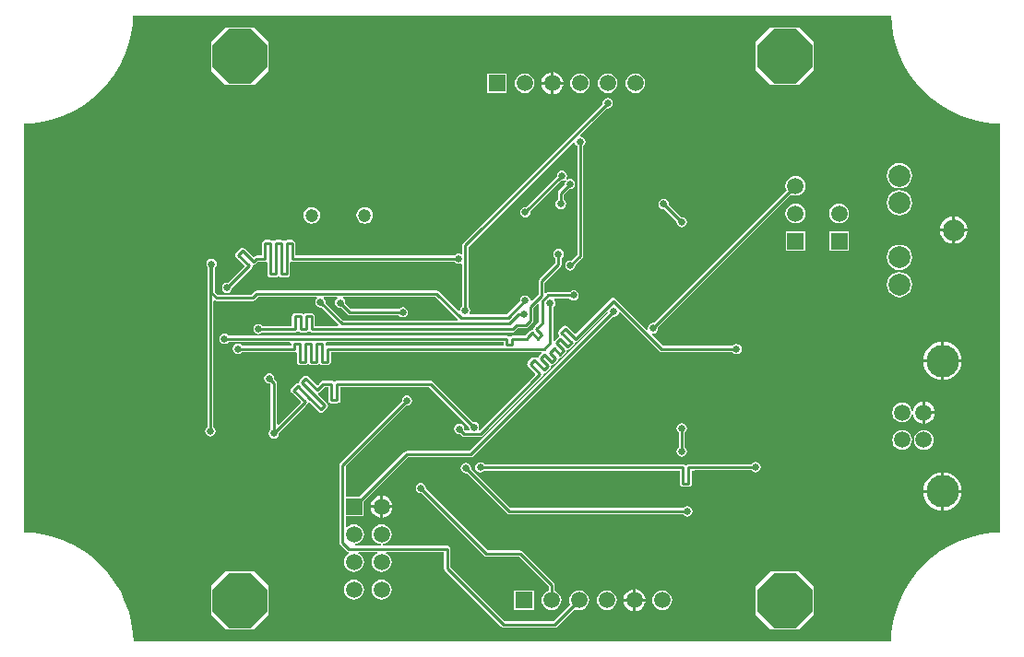
<source format=gbl>
G04 Layer_Physical_Order=2*
G04 Layer_Color=16711680*
%FSLAX23Y23*%
%MOIN*%
G70*
G01*
G75*
%ADD18C,0.010*%
%ADD23C,0.079*%
%ADD24C,0.059*%
%ADD25C,0.118*%
%ADD26P,0.213X8X202.5*%
%ADD27R,0.059X0.059*%
%ADD28R,0.059X0.059*%
%ADD29C,0.047*%
%ADD30C,0.025*%
G36*
X3143Y2244D02*
X3148Y2205D01*
X3158Y2167D01*
X3171Y2129D01*
X3188Y2094D01*
X3209Y2060D01*
X3232Y2028D01*
X3259Y1999D01*
X3288Y1972D01*
X3320Y1949D01*
X3354Y1928D01*
X3389Y1911D01*
X3426Y1898D01*
X3465Y1889D01*
X3504Y1883D01*
X3534Y1881D01*
Y403D01*
X3504Y401D01*
X3465Y395D01*
X3426Y386D01*
X3389Y372D01*
X3353Y356D01*
X3319Y335D01*
X3288Y312D01*
X3258Y285D01*
X3232Y256D01*
X3208Y224D01*
X3188Y190D01*
X3171Y154D01*
X3158Y117D01*
X3148Y79D01*
X3142Y40D01*
X3141Y9D01*
X403Y9D01*
X401Y40D01*
X395Y79D01*
X386Y117D01*
X372Y154D01*
X356Y190D01*
X335Y224D01*
X312Y256D01*
X285Y285D01*
X256Y312D01*
X224Y335D01*
X190Y356D01*
X154Y372D01*
X117Y386D01*
X79Y395D01*
X40Y401D01*
X9Y403D01*
X9Y1881D01*
X39Y1883D01*
X79Y1889D01*
X117Y1898D01*
X154Y1911D01*
X190Y1928D01*
X224Y1949D01*
X255Y1972D01*
X285Y1999D01*
X311Y2028D01*
X335Y2060D01*
X355Y2094D01*
X372Y2129D01*
X385Y2167D01*
X395Y2205D01*
X401Y2244D01*
X402Y2274D01*
X3141D01*
X3143Y2244D01*
D02*
G37*
%LPC*%
G36*
X3322Y620D02*
X3313Y619D01*
X3300Y615D01*
X3288Y609D01*
X3278Y600D01*
X3269Y590D01*
X3262Y578D01*
X3259Y565D01*
X3258Y556D01*
X3322D01*
Y620D01*
D02*
G37*
G36*
X3332D02*
Y556D01*
X3395D01*
X3395Y565D01*
X3391Y578D01*
X3384Y590D01*
X3376Y600D01*
X3365Y609D01*
X3353Y615D01*
X3340Y619D01*
X3332Y620D01*
D02*
G37*
G36*
X2652Y658D02*
X2644Y656D01*
X2638Y652D01*
X2637Y650D01*
X2431D01*
X2430Y650D01*
X2409D01*
X2405Y649D01*
X2403Y647D01*
X2399Y647D01*
X2396Y647D01*
X2394Y649D01*
X2389Y650D01*
X1671D01*
X1670Y652D01*
X1664Y656D01*
X1656Y657D01*
X1649Y656D01*
X1643Y652D01*
X1639Y646D01*
X1638Y639D01*
X1639Y631D01*
X1643Y625D01*
X1649Y621D01*
X1656Y620D01*
X1664Y621D01*
X1670Y625D01*
X1671Y627D01*
X2378D01*
Y579D01*
X2379Y575D01*
X2381Y571D01*
X2385Y569D01*
X2389Y568D01*
X2409D01*
X2414Y569D01*
X2417Y571D01*
X2420Y575D01*
X2421Y579D01*
Y627D01*
X2431D01*
X2432Y628D01*
X2637D01*
X2638Y625D01*
X2644Y621D01*
X2652Y620D01*
X2659Y621D01*
X2665Y625D01*
X2669Y632D01*
X2670Y639D01*
X2669Y646D01*
X2665Y652D01*
X2659Y656D01*
X2652Y658D01*
D02*
G37*
G36*
X1305Y535D02*
Y501D01*
X1339D01*
X1338Y506D01*
X1334Y516D01*
X1328Y524D01*
X1320Y531D01*
X1310Y535D01*
X1305Y535D01*
D02*
G37*
G36*
X3322Y546D02*
X3258D01*
X3259Y538D01*
X3262Y525D01*
X3269Y513D01*
X3278Y502D01*
X3288Y493D01*
X3300Y487D01*
X3313Y483D01*
X3322Y482D01*
Y546D01*
D02*
G37*
G36*
X3395D02*
X3332D01*
Y482D01*
X3340Y483D01*
X3353Y487D01*
X3365Y493D01*
X3376Y502D01*
X3384Y513D01*
X3391Y525D01*
X3395Y538D01*
X3395Y546D01*
D02*
G37*
G36*
X1295Y535D02*
X1289Y535D01*
X1280Y531D01*
X1272Y524D01*
X1265Y516D01*
X1261Y506D01*
X1261Y501D01*
X1295D01*
Y535D01*
D02*
G37*
G36*
X2384Y798D02*
X2377Y797D01*
X2371Y793D01*
X2366Y787D01*
X2365Y780D01*
X2366Y772D01*
X2371Y766D01*
X2373Y765D01*
Y711D01*
X2371Y709D01*
X2366Y703D01*
X2365Y696D01*
X2366Y689D01*
X2371Y683D01*
X2377Y678D01*
X2384Y677D01*
X2391Y678D01*
X2397Y683D01*
X2401Y689D01*
X2403Y696D01*
X2401Y703D01*
X2397Y709D01*
X2395Y711D01*
Y765D01*
X2397Y766D01*
X2401Y772D01*
X2403Y780D01*
X2401Y787D01*
X2397Y793D01*
X2391Y797D01*
X2384Y798D01*
D02*
G37*
G36*
X3254Y876D02*
X3249Y875D01*
X3239Y871D01*
X3231Y865D01*
X3225Y857D01*
X3221Y847D01*
X3220Y844D01*
X3215D01*
X3215Y846D01*
X3212Y855D01*
X3206Y862D01*
X3198Y868D01*
X3190Y871D01*
X3181Y872D01*
X3171Y871D01*
X3163Y868D01*
X3155Y862D01*
X3149Y855D01*
X3146Y846D01*
X3145Y837D01*
X3146Y827D01*
X3149Y819D01*
X3155Y811D01*
X3163Y806D01*
X3171Y802D01*
X3181Y801D01*
X3190Y802D01*
X3198Y806D01*
X3206Y811D01*
X3212Y819D01*
X3215Y827D01*
X3215Y829D01*
X3220D01*
X3221Y826D01*
X3225Y817D01*
X3231Y808D01*
X3239Y802D01*
X3249Y798D01*
X3254Y797D01*
Y837D01*
Y876D01*
D02*
G37*
G36*
X3322Y1019D02*
X3258D01*
X3259Y1010D01*
X3262Y997D01*
X3269Y985D01*
X3278Y975D01*
X3288Y966D01*
X3300Y960D01*
X3313Y956D01*
X3322Y955D01*
Y1019D01*
D02*
G37*
G36*
X3395D02*
X3332D01*
Y955D01*
X3340Y956D01*
X3353Y960D01*
X3365Y966D01*
X3376Y975D01*
X3384Y985D01*
X3391Y997D01*
X3395Y1010D01*
X3395Y1019D01*
D02*
G37*
G36*
X3264Y876D02*
Y842D01*
X3298D01*
X3298Y847D01*
X3294Y857D01*
X3287Y865D01*
X3279Y871D01*
X3270Y875D01*
X3264Y876D01*
D02*
G37*
G36*
X3181Y774D02*
X3171Y773D01*
X3163Y769D01*
X3155Y764D01*
X3149Y756D01*
X3146Y747D01*
X3145Y738D01*
X3146Y729D01*
X3149Y720D01*
X3155Y713D01*
X3163Y707D01*
X3171Y704D01*
X3181Y702D01*
X3190Y704D01*
X3198Y707D01*
X3206Y713D01*
X3212Y720D01*
X3215Y729D01*
X3216Y738D01*
X3215Y747D01*
X3212Y756D01*
X3206Y764D01*
X3198Y769D01*
X3190Y773D01*
X3181Y774D01*
D02*
G37*
G36*
X3259D02*
X3250Y773D01*
X3241Y769D01*
X3234Y764D01*
X3228Y756D01*
X3225Y747D01*
X3223Y738D01*
X3225Y729D01*
X3228Y720D01*
X3234Y713D01*
X3241Y707D01*
X3250Y704D01*
X3259Y702D01*
X3269Y704D01*
X3277Y707D01*
X3285Y713D01*
X3290Y720D01*
X3294Y729D01*
X3295Y738D01*
X3294Y747D01*
X3290Y756D01*
X3285Y764D01*
X3277Y769D01*
X3269Y773D01*
X3259Y774D01*
D02*
G37*
G36*
X3298Y832D02*
X3264D01*
Y797D01*
X3270Y798D01*
X3279Y802D01*
X3287Y808D01*
X3294Y817D01*
X3298Y826D01*
X3298Y832D01*
D02*
G37*
G36*
X1442Y583D02*
X1435Y581D01*
X1429Y577D01*
X1425Y571D01*
X1423Y564D01*
X1425Y557D01*
X1429Y551D01*
X1435Y547D01*
X1442Y545D01*
X1444Y546D01*
X1671Y319D01*
X1671Y319D01*
X1675Y316D01*
X1679Y316D01*
X1679Y316D01*
X1797D01*
X1903Y209D01*
Y192D01*
X1896Y189D01*
X1889Y184D01*
X1883Y176D01*
X1879Y168D01*
X1878Y158D01*
X1879Y149D01*
X1883Y141D01*
X1889Y133D01*
X1896Y127D01*
X1905Y124D01*
X1914Y123D01*
X1923Y124D01*
X1932Y127D01*
X1939Y133D01*
X1945Y141D01*
X1949Y149D01*
X1950Y158D01*
X1949Y168D01*
X1945Y176D01*
X1939Y184D01*
X1932Y189D01*
X1925Y192D01*
Y214D01*
X1925Y214D01*
X1924Y218D01*
X1922Y222D01*
X1922Y222D01*
X1809Y335D01*
X1805Y337D01*
X1801Y338D01*
X1801Y338D01*
X1684D01*
X1460Y561D01*
X1461Y564D01*
X1459Y571D01*
X1455Y577D01*
X1449Y581D01*
X1442Y583D01*
D02*
G37*
G36*
X2114Y194D02*
X2105Y193D01*
X2096Y189D01*
X2089Y184D01*
X2083Y176D01*
X2079Y168D01*
X2078Y158D01*
X2079Y149D01*
X2083Y141D01*
X2089Y133D01*
X2096Y127D01*
X2105Y124D01*
X2114Y123D01*
X2123Y124D01*
X2132Y127D01*
X2139Y133D01*
X2145Y141D01*
X2149Y149D01*
X2150Y158D01*
X2149Y168D01*
X2145Y176D01*
X2139Y184D01*
X2132Y189D01*
X2123Y193D01*
X2114Y194D01*
D02*
G37*
G36*
X2314D02*
X2305Y193D01*
X2296Y189D01*
X2289Y184D01*
X2283Y176D01*
X2279Y168D01*
X2278Y158D01*
X2279Y149D01*
X2283Y141D01*
X2289Y133D01*
X2296Y127D01*
X2305Y124D01*
X2314Y123D01*
X2323Y124D01*
X2332Y127D01*
X2339Y133D01*
X2345Y141D01*
X2349Y149D01*
X2350Y158D01*
X2349Y168D01*
X2345Y176D01*
X2339Y184D01*
X2332Y189D01*
X2323Y193D01*
X2314Y194D01*
D02*
G37*
G36*
X2253Y153D02*
X2219D01*
Y119D01*
X2224Y120D01*
X2234Y124D01*
X2242Y130D01*
X2249Y139D01*
X2252Y148D01*
X2253Y153D01*
D02*
G37*
G36*
X840Y262D02*
X735D01*
X683Y210D01*
Y105D01*
X735Y53D01*
X840D01*
X892Y105D01*
Y210D01*
X840Y262D01*
D02*
G37*
G36*
X2808D02*
X2704D01*
X2651Y210D01*
Y105D01*
X2704Y53D01*
X2808D01*
X2860Y105D01*
Y210D01*
X2808Y262D01*
D02*
G37*
G36*
X2209Y153D02*
X2175D01*
X2175Y148D01*
X2179Y139D01*
X2186Y130D01*
X2194Y124D01*
X2204Y120D01*
X2209Y119D01*
Y153D01*
D02*
G37*
G36*
X1850Y194D02*
X1778D01*
Y123D01*
X1850D01*
Y194D01*
D02*
G37*
G36*
X1295Y491D02*
X1261D01*
X1261Y486D01*
X1265Y476D01*
X1272Y468D01*
X1280Y462D01*
X1289Y458D01*
X1295Y457D01*
Y491D01*
D02*
G37*
G36*
X1339D02*
X1305D01*
Y457D01*
X1310Y458D01*
X1320Y462D01*
X1328Y468D01*
X1334Y476D01*
X1338Y486D01*
X1339Y491D01*
D02*
G37*
G36*
X1604Y655D02*
X1597Y653D01*
X1591Y649D01*
X1587Y643D01*
X1585Y636D01*
X1587Y629D01*
X1591Y622D01*
X1597Y618D01*
X1604Y617D01*
X1607Y617D01*
X1753Y471D01*
X1757Y469D01*
X1761Y468D01*
X1761Y468D01*
X2390D01*
X2391Y466D01*
X2397Y462D01*
X2405Y460D01*
X2412Y462D01*
X2418Y466D01*
X2422Y472D01*
X2423Y479D01*
X2422Y487D01*
X2418Y493D01*
X2412Y497D01*
X2405Y498D01*
X2397Y497D01*
X2391Y493D01*
X2390Y491D01*
X1765D01*
X1623Y633D01*
X1623Y636D01*
X1622Y643D01*
X1618Y649D01*
X1612Y653D01*
X1604Y655D01*
D02*
G37*
G36*
X2219Y198D02*
Y163D01*
X2253D01*
X2252Y169D01*
X2249Y178D01*
X2242Y187D01*
X2234Y193D01*
X2224Y197D01*
X2219Y198D01*
D02*
G37*
G36*
X1200Y232D02*
X1191Y231D01*
X1182Y227D01*
X1174Y221D01*
X1169Y214D01*
X1165Y205D01*
X1164Y196D01*
X1165Y187D01*
X1169Y178D01*
X1174Y171D01*
X1182Y165D01*
X1191Y161D01*
X1200Y160D01*
X1209Y161D01*
X1218Y165D01*
X1225Y171D01*
X1231Y178D01*
X1234Y187D01*
X1236Y196D01*
X1234Y205D01*
X1231Y214D01*
X1225Y221D01*
X1218Y227D01*
X1209Y231D01*
X1200Y232D01*
D02*
G37*
G36*
X1300D02*
X1291Y231D01*
X1282Y227D01*
X1274Y221D01*
X1269Y214D01*
X1265Y205D01*
X1264Y196D01*
X1265Y187D01*
X1269Y178D01*
X1274Y171D01*
X1282Y165D01*
X1291Y161D01*
X1300Y160D01*
X1309Y161D01*
X1318Y165D01*
X1325Y171D01*
X1331Y178D01*
X1334Y187D01*
X1336Y196D01*
X1334Y205D01*
X1331Y214D01*
X1325Y221D01*
X1318Y227D01*
X1309Y231D01*
X1300Y232D01*
D02*
G37*
G36*
X2209Y198D02*
X2204Y197D01*
X2194Y193D01*
X2186Y187D01*
X2179Y178D01*
X2175Y169D01*
X2175Y163D01*
X2209D01*
Y198D01*
D02*
G37*
G36*
X3322Y1093D02*
X3313Y1092D01*
X3300Y1088D01*
X3288Y1081D01*
X3278Y1073D01*
X3269Y1062D01*
X3262Y1050D01*
X3259Y1037D01*
X3258Y1029D01*
X3322D01*
Y1093D01*
D02*
G37*
G36*
X1912Y2024D02*
X1877D01*
X1878Y2018D01*
X1882Y2009D01*
X1888Y2000D01*
X1897Y1994D01*
X1906Y1990D01*
X1912Y1989D01*
Y2024D01*
D02*
G37*
G36*
X1956D02*
X1922D01*
Y1989D01*
X1927Y1990D01*
X1936Y1994D01*
X1945Y2000D01*
X1951Y2009D01*
X1955Y2018D01*
X1956Y2024D01*
D02*
G37*
G36*
X1817Y2064D02*
X1807Y2063D01*
X1799Y2060D01*
X1791Y2054D01*
X1786Y2046D01*
X1782Y2038D01*
X1781Y2029D01*
X1782Y2019D01*
X1786Y2011D01*
X1791Y2003D01*
X1799Y1998D01*
X1807Y1994D01*
X1817Y1993D01*
X1826Y1994D01*
X1834Y1998D01*
X1842Y2003D01*
X1848Y2011D01*
X1851Y2019D01*
X1852Y2029D01*
X1851Y2038D01*
X1848Y2046D01*
X1842Y2054D01*
X1834Y2060D01*
X1826Y2063D01*
X1817Y2064D01*
D02*
G37*
G36*
X2117Y1975D02*
X2109Y1974D01*
X2103Y1969D01*
X2099Y1963D01*
X2098Y1956D01*
X2098Y1954D01*
X1593Y1449D01*
X1591Y1445D01*
X1590Y1441D01*
X1590Y1441D01*
Y1413D01*
X1586Y1410D01*
X1585Y1411D01*
X1577Y1412D01*
X1570Y1411D01*
X1564Y1407D01*
X1563Y1405D01*
X989D01*
Y1449D01*
X988Y1454D01*
X985Y1457D01*
X982Y1460D01*
X977Y1461D01*
X957D01*
X953Y1460D01*
X951Y1458D01*
X947Y1458D01*
X944Y1458D01*
X942Y1460D01*
X937Y1461D01*
X917D01*
X913Y1460D01*
X911Y1458D01*
X907Y1458D01*
X904Y1458D01*
X902Y1460D01*
X897Y1461D01*
X877D01*
X873Y1460D01*
X870Y1457D01*
X867Y1454D01*
X866Y1449D01*
Y1405D01*
X847D01*
X847Y1405D01*
X843Y1404D01*
X840Y1401D01*
X840Y1401D01*
X836Y1398D01*
X804Y1429D01*
X801Y1432D01*
X796Y1433D01*
X792Y1432D01*
X788Y1429D01*
X788Y1429D01*
X774Y1415D01*
X772Y1411D01*
X771Y1407D01*
X772Y1403D01*
X774Y1399D01*
X803Y1370D01*
Y1365D01*
X744Y1306D01*
X742Y1307D01*
X735Y1305D01*
X728Y1301D01*
X724Y1295D01*
X723Y1288D01*
X724Y1281D01*
X728Y1274D01*
X735Y1270D01*
X742Y1269D01*
X749Y1270D01*
X755Y1274D01*
X759Y1281D01*
X761Y1288D01*
X760Y1290D01*
X823Y1353D01*
X823Y1353D01*
X830Y1360D01*
X832Y1363D01*
X833Y1366D01*
X836Y1371D01*
X840Y1371D01*
X844Y1374D01*
X852Y1382D01*
X877D01*
X881Y1383D01*
X882Y1383D01*
X886Y1380D01*
Y1338D01*
X887Y1333D01*
X890Y1330D01*
X893Y1327D01*
X897Y1326D01*
X917D01*
X922Y1327D01*
X924Y1329D01*
X927Y1329D01*
X931Y1329D01*
X933Y1327D01*
X937Y1326D01*
X957D01*
X962Y1327D01*
X965Y1330D01*
X968Y1333D01*
X969Y1338D01*
Y1380D01*
X973Y1383D01*
X974Y1383D01*
X977Y1382D01*
X1563D01*
X1564Y1380D01*
X1570Y1376D01*
X1577Y1375D01*
X1585Y1376D01*
X1586Y1377D01*
X1590Y1374D01*
Y1222D01*
X1588Y1220D01*
X1584Y1214D01*
X1583Y1207D01*
X1583Y1206D01*
X1578Y1204D01*
X1507Y1275D01*
X1504Y1277D01*
X1499Y1278D01*
X1499Y1278D01*
X849D01*
X849Y1278D01*
X844Y1277D01*
X841Y1275D01*
X841Y1275D01*
X829Y1263D01*
X708D01*
X697Y1274D01*
Y1360D01*
X699Y1361D01*
X703Y1367D01*
X704Y1374D01*
X703Y1382D01*
X699Y1388D01*
X693Y1392D01*
X685Y1393D01*
X678Y1392D01*
X672Y1388D01*
X668Y1382D01*
X667Y1374D01*
X668Y1367D01*
X670Y1365D01*
Y783D01*
X668Y782D01*
X664Y776D01*
X662Y768D01*
X664Y761D01*
X668Y755D01*
X674Y751D01*
X681Y750D01*
X688Y751D01*
X694Y755D01*
X699Y761D01*
X700Y768D01*
X699Y776D01*
X694Y782D01*
X692Y783D01*
Y1239D01*
X697Y1242D01*
X699Y1241D01*
X703Y1240D01*
X833D01*
X833Y1240D01*
X838Y1241D01*
X841Y1244D01*
X853Y1256D01*
X1065D01*
X1067Y1251D01*
X1065Y1250D01*
X1061Y1243D01*
X1060Y1236D01*
X1061Y1229D01*
X1065Y1223D01*
X1072Y1219D01*
X1079Y1217D01*
X1081Y1218D01*
X1144Y1155D01*
X1142Y1150D01*
X1058D01*
Y1186D01*
X1057Y1190D01*
X1054Y1194D01*
X1051Y1196D01*
X1046Y1197D01*
X1026D01*
X1022Y1196D01*
X1020Y1195D01*
X1016Y1194D01*
X1013Y1195D01*
X1011Y1196D01*
X1006Y1197D01*
X986D01*
X982Y1196D01*
X978Y1194D01*
X976Y1190D01*
X975Y1186D01*
Y1150D01*
X869D01*
X868Y1152D01*
X862Y1156D01*
X854Y1157D01*
X847Y1156D01*
X841Y1152D01*
X837Y1146D01*
X836Y1138D01*
X837Y1131D01*
X841Y1125D01*
X847Y1121D01*
X854Y1120D01*
X862Y1121D01*
X868Y1125D01*
X869Y1127D01*
X986D01*
X991Y1128D01*
X993Y1130D01*
X996Y1130D01*
X1000Y1130D01*
X1002Y1128D01*
X1006Y1127D01*
X1026D01*
X1031Y1128D01*
X1033Y1130D01*
X1036Y1130D01*
X1040Y1130D01*
X1042Y1128D01*
X1046Y1127D01*
X1773D01*
X1773Y1127D01*
X1778Y1128D01*
X1781Y1131D01*
X1794Y1143D01*
X1821D01*
X1821Y1143D01*
X1825Y1144D01*
X1829Y1146D01*
X1845Y1163D01*
X1847Y1166D01*
X1848Y1170D01*
X1848Y1170D01*
Y1215D01*
X1864Y1230D01*
X1869Y1229D01*
Y1165D01*
X1853Y1149D01*
X1853Y1149D01*
X1850Y1147D01*
X1848Y1143D01*
X1847Y1139D01*
X1844Y1136D01*
X1840Y1135D01*
X1836Y1133D01*
X1836Y1133D01*
X1822Y1118D01*
X1822Y1118D01*
X1818Y1115D01*
X1771D01*
X1767Y1114D01*
X1765Y1112D01*
X1761Y1112D01*
X1758Y1112D01*
X1756Y1114D01*
X1751Y1115D01*
X747D01*
X746Y1117D01*
X740Y1121D01*
X732Y1122D01*
X725Y1121D01*
X719Y1117D01*
X715Y1111D01*
X714Y1103D01*
X715Y1096D01*
X719Y1090D01*
X725Y1086D01*
X732Y1085D01*
X740Y1086D01*
X746Y1090D01*
X747Y1092D01*
X969D01*
X973Y1087D01*
Y1079D01*
X795D01*
X794Y1081D01*
X788Y1085D01*
X781Y1086D01*
X773Y1085D01*
X767Y1081D01*
X763Y1075D01*
X762Y1067D01*
X763Y1060D01*
X767Y1054D01*
X773Y1050D01*
X781Y1049D01*
X788Y1050D01*
X794Y1054D01*
X795Y1056D01*
X984D01*
X988Y1057D01*
X989Y1057D01*
X993Y1054D01*
Y1019D01*
X994Y1015D01*
X996Y1011D01*
X1000Y1009D01*
X1004Y1008D01*
X1024D01*
X1029Y1009D01*
X1031Y1011D01*
X1034Y1011D01*
X1038Y1011D01*
X1040Y1009D01*
X1044Y1008D01*
X1064D01*
X1069Y1009D01*
X1071Y1011D01*
X1074Y1011D01*
X1078Y1011D01*
X1080Y1009D01*
X1084Y1008D01*
X1104D01*
X1109Y1009D01*
X1112Y1011D01*
X1115Y1015D01*
X1116Y1019D01*
Y1056D01*
X1877D01*
X1879Y1051D01*
X1867Y1039D01*
X1864Y1036D01*
X1864Y1035D01*
X1859Y1034D01*
X1858Y1035D01*
X1854Y1037D01*
X1850Y1038D01*
X1846Y1037D01*
X1842Y1035D01*
X1842Y1035D01*
X1828Y1021D01*
X1826Y1017D01*
X1825Y1013D01*
X1826Y1008D01*
X1828Y1005D01*
X1854Y979D01*
Y974D01*
X1654Y774D01*
X1650Y777D01*
X1652Y784D01*
X1650Y792D01*
X1646Y798D01*
X1640Y802D01*
X1633Y803D01*
X1630Y803D01*
X1485Y948D01*
X1481Y951D01*
X1477Y952D01*
X1477Y952D01*
X1139D01*
X1135Y951D01*
X1133Y949D01*
X1129Y949D01*
X1126Y949D01*
X1124Y951D01*
X1119Y952D01*
X1089D01*
X1089Y952D01*
X1085Y951D01*
X1082Y948D01*
X1082Y948D01*
X1073Y940D01*
X1073Y940D01*
X1067Y934D01*
X1033Y968D01*
X1029Y970D01*
X1025Y971D01*
X1021Y970D01*
X1017Y968D01*
X1017Y968D01*
X1003Y954D01*
X1000Y950D01*
X1000Y946D01*
X997Y943D01*
X992Y942D01*
X989Y940D01*
X989Y940D01*
X975Y925D01*
X972Y922D01*
X971Y917D01*
X972Y913D01*
X975Y910D01*
X1006Y878D01*
Y873D01*
X926Y793D01*
X922Y795D01*
Y943D01*
X921Y948D01*
X918Y951D01*
X918Y951D01*
X912Y958D01*
X912Y960D01*
X911Y968D01*
X907Y974D01*
X901Y978D01*
X893Y979D01*
X886Y978D01*
X880Y974D01*
X876Y968D01*
X875Y960D01*
X876Y953D01*
X880Y947D01*
X886Y943D01*
X893Y942D01*
X896Y942D01*
X899Y939D01*
Y776D01*
X897Y775D01*
X893Y769D01*
X892Y761D01*
X893Y754D01*
X897Y748D01*
X903Y744D01*
X910Y743D01*
X918Y744D01*
X924Y748D01*
X928Y754D01*
X929Y761D01*
X929Y764D01*
X1025Y860D01*
X1025Y860D01*
X1032Y868D01*
X1032Y868D01*
X1035Y871D01*
X1035Y871D01*
X1040Y872D01*
X1073Y840D01*
X1076Y837D01*
X1081Y836D01*
X1085Y837D01*
X1089Y840D01*
X1089Y840D01*
X1103Y854D01*
X1105Y857D01*
X1106Y862D01*
X1105Y866D01*
X1103Y870D01*
X1070Y902D01*
X1071Y907D01*
X1072Y908D01*
X1075Y910D01*
X1089Y924D01*
X1089Y924D01*
X1094Y929D01*
X1108D01*
Y881D01*
X1109Y877D01*
X1112Y873D01*
X1115Y871D01*
X1119Y870D01*
X1139D01*
X1144Y871D01*
X1147Y873D01*
X1150Y877D01*
X1151Y881D01*
Y929D01*
X1472D01*
X1615Y787D01*
X1614Y784D01*
X1616Y777D01*
X1616Y776D01*
X1614Y772D01*
X1602D01*
X1599Y775D01*
X1599Y777D01*
X1598Y785D01*
X1594Y791D01*
X1588Y795D01*
X1580Y796D01*
X1573Y795D01*
X1567Y791D01*
X1563Y785D01*
X1562Y777D01*
X1563Y770D01*
X1567Y764D01*
X1573Y760D01*
X1580Y759D01*
X1583Y759D01*
X1590Y753D01*
X1590Y753D01*
X1593Y750D01*
X1597Y749D01*
X1656D01*
X1656Y749D01*
X1661Y750D01*
X1664Y753D01*
X1873Y961D01*
X1873Y961D01*
X1880Y968D01*
X1883Y972D01*
X1883Y975D01*
X1887Y979D01*
X1891Y980D01*
X1894Y983D01*
X1909Y997D01*
X1911Y1000D01*
X1912Y1005D01*
X1915Y1008D01*
X1919Y1008D01*
X1923Y1011D01*
X1937Y1025D01*
X1937Y1025D01*
X1939Y1029D01*
X1940Y1033D01*
X1943Y1036D01*
X1947Y1037D01*
X1951Y1039D01*
X1965Y1053D01*
X1965Y1053D01*
X1968Y1057D01*
X1968Y1061D01*
X1971Y1064D01*
X1976Y1065D01*
X1979Y1067D01*
X1993Y1082D01*
X1996Y1085D01*
X1997Y1090D01*
X2000Y1092D01*
X2004Y1093D01*
X2008Y1096D01*
X2111Y1200D01*
X2117Y1198D01*
X2117Y1197D01*
X1618Y698D01*
X1390D01*
X1386Y697D01*
X1382Y694D01*
X1382Y694D01*
X1219Y532D01*
X1170D01*
Y643D01*
X1389Y862D01*
X1391Y862D01*
X1399Y863D01*
X1405Y867D01*
X1409Y873D01*
X1410Y880D01*
X1409Y888D01*
X1405Y894D01*
X1399Y898D01*
X1391Y899D01*
X1384Y898D01*
X1378Y894D01*
X1374Y888D01*
X1373Y880D01*
X1373Y878D01*
X1151Y655D01*
X1148Y652D01*
X1147Y647D01*
X1147Y647D01*
Y367D01*
X1147Y367D01*
X1148Y363D01*
X1151Y360D01*
X1174Y337D01*
X1174Y337D01*
X1177Y334D01*
X1181Y333D01*
X1182Y333D01*
X1182Y330D01*
X1181Y326D01*
X1174Y321D01*
X1169Y314D01*
X1165Y305D01*
X1164Y296D01*
X1165Y287D01*
X1169Y278D01*
X1174Y271D01*
X1182Y265D01*
X1191Y261D01*
X1200Y260D01*
X1209Y261D01*
X1218Y265D01*
X1225Y271D01*
X1231Y278D01*
X1234Y287D01*
X1236Y296D01*
X1234Y305D01*
X1231Y314D01*
X1225Y321D01*
X1218Y327D01*
X1215Y328D01*
X1216Y333D01*
X1284D01*
X1285Y328D01*
X1282Y327D01*
X1274Y321D01*
X1269Y314D01*
X1265Y305D01*
X1264Y296D01*
X1265Y287D01*
X1269Y278D01*
X1274Y271D01*
X1282Y265D01*
X1291Y261D01*
X1300Y260D01*
X1309Y261D01*
X1318Y265D01*
X1325Y271D01*
X1331Y278D01*
X1334Y287D01*
X1336Y296D01*
X1334Y305D01*
X1331Y314D01*
X1325Y321D01*
X1318Y327D01*
X1315Y328D01*
X1316Y333D01*
X1525D01*
Y274D01*
X1525Y274D01*
X1526Y269D01*
X1529Y266D01*
X1732Y62D01*
X1732Y62D01*
X1736Y60D01*
X1740Y59D01*
X1740Y59D01*
X1925D01*
X1925Y59D01*
X1930Y60D01*
X1933Y62D01*
X1998Y127D01*
X2005Y124D01*
X2014Y123D01*
X2023Y124D01*
X2032Y127D01*
X2039Y133D01*
X2045Y141D01*
X2049Y149D01*
X2050Y158D01*
X2049Y168D01*
X2045Y176D01*
X2039Y184D01*
X2032Y189D01*
X2023Y193D01*
X2014Y194D01*
X2005Y193D01*
X1996Y189D01*
X1989Y184D01*
X1983Y176D01*
X1979Y168D01*
X1978Y158D01*
X1979Y149D01*
X1982Y142D01*
X1921Y81D01*
X1745D01*
X1548Y278D01*
Y344D01*
X1547Y349D01*
X1544Y352D01*
X1541Y355D01*
X1536Y356D01*
X1304D01*
X1303Y361D01*
X1309Y361D01*
X1318Y365D01*
X1325Y371D01*
X1331Y378D01*
X1334Y387D01*
X1336Y396D01*
X1334Y405D01*
X1331Y414D01*
X1325Y421D01*
X1318Y427D01*
X1309Y431D01*
X1300Y432D01*
X1291Y431D01*
X1282Y427D01*
X1274Y421D01*
X1269Y414D01*
X1265Y405D01*
X1264Y396D01*
X1265Y387D01*
X1269Y378D01*
X1274Y371D01*
X1282Y365D01*
X1291Y361D01*
X1296Y361D01*
X1296Y356D01*
X1204D01*
X1203Y361D01*
X1209Y361D01*
X1218Y365D01*
X1225Y371D01*
X1231Y378D01*
X1234Y387D01*
X1236Y396D01*
X1234Y405D01*
X1231Y414D01*
X1225Y421D01*
X1218Y427D01*
X1209Y431D01*
X1200Y432D01*
X1191Y431D01*
X1182Y427D01*
X1175Y422D01*
X1173Y422D01*
X1170Y423D01*
Y461D01*
X1235D01*
Y516D01*
X1395Y675D01*
X1622D01*
X1622Y675D01*
X1627Y676D01*
X1630Y679D01*
X2136Y1184D01*
X2138Y1184D01*
X2146Y1185D01*
X2152Y1189D01*
X2156Y1195D01*
X2156Y1198D01*
X2162Y1200D01*
X2305Y1059D01*
X2306Y1057D01*
X2308Y1056D01*
X2308Y1056D01*
X2308Y1056D01*
X2310Y1056D01*
X2312Y1055D01*
X2568D01*
X2569Y1053D01*
X2575Y1049D01*
X2582Y1048D01*
X2590Y1049D01*
X2596Y1053D01*
X2600Y1059D01*
X2601Y1066D01*
X2600Y1074D01*
X2596Y1080D01*
X2590Y1084D01*
X2582Y1085D01*
X2575Y1084D01*
X2569Y1080D01*
X2568Y1078D01*
X2317D01*
X2276Y1119D01*
X2278Y1123D01*
X2280Y1123D01*
X2288Y1124D01*
X2294Y1128D01*
X2298Y1135D01*
X2299Y1142D01*
X2299Y1144D01*
X2779Y1625D01*
X2786Y1622D01*
X2795Y1621D01*
X2805Y1622D01*
X2813Y1626D01*
X2821Y1631D01*
X2826Y1639D01*
X2830Y1647D01*
X2831Y1657D01*
X2830Y1666D01*
X2826Y1675D01*
X2821Y1682D01*
X2813Y1688D01*
X2805Y1691D01*
X2795Y1693D01*
X2786Y1691D01*
X2777Y1688D01*
X2770Y1682D01*
X2764Y1675D01*
X2761Y1666D01*
X2759Y1657D01*
X2761Y1647D01*
X2763Y1641D01*
X2283Y1160D01*
X2280Y1161D01*
X2273Y1159D01*
X2267Y1155D01*
X2263Y1149D01*
X2261Y1142D01*
X2262Y1139D01*
X2257Y1137D01*
X2144Y1248D01*
X2143Y1250D01*
X2141Y1251D01*
X2141Y1251D01*
X2141Y1251D01*
X2139Y1251D01*
X2136Y1252D01*
X2136Y1252D01*
X2136Y1252D01*
X2134Y1251D01*
X2132Y1251D01*
X2132Y1251D01*
X2132Y1251D01*
X2130Y1250D01*
X2129Y1248D01*
X2002Y1122D01*
X1997D01*
X1971Y1148D01*
X1968Y1150D01*
X1963Y1151D01*
X1959Y1150D01*
X1955Y1148D01*
X1955Y1148D01*
X1941Y1134D01*
X1939Y1130D01*
X1938Y1126D01*
X1939Y1122D01*
X1941Y1118D01*
X1942Y1117D01*
X1941Y1113D01*
X1940Y1112D01*
X1937Y1110D01*
X1937Y1110D01*
X1925Y1097D01*
X1920Y1099D01*
Y1218D01*
X1922Y1219D01*
X1926Y1225D01*
X1927Y1232D01*
X1926Y1240D01*
X1923Y1244D01*
X1925Y1249D01*
X1978D01*
X1980Y1247D01*
X1986Y1243D01*
X1993Y1242D01*
X2000Y1243D01*
X2006Y1247D01*
X2010Y1253D01*
X2012Y1261D01*
X2010Y1268D01*
X2006Y1274D01*
X2000Y1278D01*
X1993Y1279D01*
X1986Y1278D01*
X1980Y1274D01*
X1978Y1272D01*
X1902D01*
X1898Y1271D01*
X1894Y1269D01*
X1894Y1269D01*
X1893Y1268D01*
X1889Y1269D01*
Y1307D01*
X1947Y1365D01*
X1947Y1365D01*
X1949Y1369D01*
X1950Y1373D01*
Y1396D01*
X1952Y1397D01*
X1956Y1403D01*
X1958Y1410D01*
X1956Y1418D01*
X1952Y1424D01*
X1946Y1428D01*
X1939Y1429D01*
X1932Y1428D01*
X1926Y1424D01*
X1922Y1418D01*
X1920Y1410D01*
X1922Y1403D01*
X1926Y1397D01*
X1928Y1396D01*
Y1378D01*
X1870Y1319D01*
X1867Y1316D01*
X1866Y1311D01*
X1866Y1311D01*
Y1265D01*
X1842Y1240D01*
X1840Y1241D01*
X1837Y1242D01*
X1836Y1249D01*
X1832Y1255D01*
X1826Y1259D01*
X1818Y1260D01*
X1811Y1259D01*
X1805Y1255D01*
X1801Y1249D01*
X1800Y1242D01*
X1800Y1239D01*
X1752Y1191D01*
X1619D01*
X1616Y1196D01*
X1619Y1200D01*
X1620Y1207D01*
X1619Y1214D01*
X1615Y1220D01*
X1613Y1222D01*
Y1436D01*
X1993Y1817D01*
X1998Y1815D01*
X1999Y1810D01*
X2003Y1804D01*
X2006Y1802D01*
Y1408D01*
X1984Y1386D01*
X1981Y1387D01*
X1974Y1385D01*
X1968Y1381D01*
X1964Y1375D01*
X1963Y1368D01*
X1964Y1361D01*
X1968Y1355D01*
X1974Y1351D01*
X1981Y1349D01*
X1989Y1351D01*
X1995Y1355D01*
X1999Y1361D01*
X2000Y1368D01*
X2000Y1371D01*
X2025Y1395D01*
X2025Y1395D01*
X2027Y1399D01*
X2028Y1403D01*
Y1802D01*
X2030Y1804D01*
X2034Y1810D01*
X2036Y1817D01*
X2034Y1824D01*
X2030Y1830D01*
X2024Y1834D01*
X2019Y1835D01*
X2017Y1841D01*
X2114Y1938D01*
X2117Y1937D01*
X2124Y1939D01*
X2130Y1943D01*
X2134Y1949D01*
X2135Y1956D01*
X2134Y1963D01*
X2130Y1969D01*
X2124Y1974D01*
X2117Y1975D01*
D02*
G37*
G36*
X3170Y1641D02*
X3158Y1640D01*
X3147Y1635D01*
X3138Y1628D01*
X3131Y1618D01*
X3126Y1607D01*
X3125Y1595D01*
X3126Y1584D01*
X3131Y1573D01*
X3138Y1563D01*
X3147Y1556D01*
X3158Y1551D01*
X3170Y1550D01*
X3182Y1551D01*
X3193Y1556D01*
X3203Y1563D01*
X3210Y1573D01*
X3214Y1584D01*
X3216Y1595D01*
X3214Y1607D01*
X3210Y1618D01*
X3203Y1628D01*
X3193Y1635D01*
X3182Y1640D01*
X3170Y1641D01*
D02*
G37*
G36*
X1952Y1713D02*
X1945Y1711D01*
X1938Y1707D01*
X1934Y1701D01*
X1933Y1694D01*
X1933Y1691D01*
X1821Y1579D01*
X1819Y1580D01*
X1812Y1578D01*
X1806Y1574D01*
X1801Y1568D01*
X1800Y1561D01*
X1801Y1554D01*
X1806Y1548D01*
X1812Y1544D01*
X1819Y1542D01*
X1826Y1544D01*
X1832Y1548D01*
X1836Y1554D01*
X1838Y1561D01*
X1837Y1564D01*
X1949Y1676D01*
X1952Y1675D01*
X1959Y1676D01*
X1962Y1679D01*
X1966Y1675D01*
X1963Y1671D01*
X1961Y1663D01*
X1962Y1661D01*
X1939Y1638D01*
X1936Y1634D01*
X1936Y1630D01*
X1936Y1630D01*
Y1606D01*
X1934Y1605D01*
X1929Y1599D01*
X1928Y1592D01*
X1929Y1584D01*
X1934Y1578D01*
X1940Y1574D01*
X1947Y1573D01*
X1954Y1574D01*
X1960Y1578D01*
X1964Y1584D01*
X1966Y1592D01*
X1964Y1599D01*
X1960Y1605D01*
X1958Y1606D01*
Y1625D01*
X1978Y1645D01*
X1980Y1645D01*
X1988Y1646D01*
X1994Y1650D01*
X1998Y1656D01*
X1999Y1663D01*
X1998Y1671D01*
X1994Y1677D01*
X1988Y1681D01*
X1980Y1682D01*
X1973Y1681D01*
X1970Y1679D01*
X1966Y1682D01*
X1969Y1687D01*
X1971Y1694D01*
X1969Y1701D01*
X1965Y1707D01*
X1959Y1711D01*
X1952Y1713D01*
D02*
G37*
G36*
X3170Y1740D02*
X3158Y1738D01*
X3147Y1734D01*
X3138Y1726D01*
X3131Y1717D01*
X3126Y1706D01*
X3125Y1694D01*
X3126Y1682D01*
X3131Y1671D01*
X3138Y1662D01*
X3147Y1654D01*
X3158Y1650D01*
X3170Y1648D01*
X3182Y1650D01*
X3193Y1654D01*
X3203Y1662D01*
X3210Y1671D01*
X3214Y1682D01*
X3216Y1694D01*
X3214Y1706D01*
X3210Y1717D01*
X3203Y1726D01*
X3193Y1734D01*
X3182Y1738D01*
X3170Y1740D01*
D02*
G37*
G36*
X2017Y2064D02*
X2007Y2063D01*
X1999Y2060D01*
X1991Y2054D01*
X1986Y2046D01*
X1982Y2038D01*
X1981Y2029D01*
X1982Y2019D01*
X1986Y2011D01*
X1991Y2003D01*
X1999Y1998D01*
X2007Y1994D01*
X2017Y1993D01*
X2026Y1994D01*
X2034Y1998D01*
X2042Y2003D01*
X2048Y2011D01*
X2051Y2019D01*
X2052Y2029D01*
X2051Y2038D01*
X2048Y2046D01*
X2042Y2054D01*
X2034Y2060D01*
X2026Y2063D01*
X2017Y2064D01*
D02*
G37*
G36*
X2808Y2230D02*
X2704D01*
X2651Y2178D01*
Y2074D01*
X2704Y2022D01*
X2808D01*
X2860Y2074D01*
Y2178D01*
X2808Y2230D01*
D02*
G37*
G36*
X1912Y2068D02*
X1906Y2067D01*
X1897Y2063D01*
X1888Y2057D01*
X1882Y2048D01*
X1878Y2039D01*
X1877Y2034D01*
X1912D01*
Y2068D01*
D02*
G37*
G36*
X1922D02*
Y2034D01*
X1956D01*
X1955Y2039D01*
X1951Y2048D01*
X1945Y2057D01*
X1936Y2063D01*
X1927Y2067D01*
X1922Y2068D01*
D02*
G37*
G36*
X840Y2230D02*
X735D01*
X683Y2178D01*
Y2074D01*
X735Y2022D01*
X840D01*
X892Y2074D01*
Y2178D01*
X840Y2230D01*
D02*
G37*
G36*
X2117Y2064D02*
X2107Y2063D01*
X2099Y2060D01*
X2091Y2054D01*
X2086Y2046D01*
X2082Y2038D01*
X2081Y2029D01*
X2082Y2019D01*
X2086Y2011D01*
X2091Y2003D01*
X2099Y1998D01*
X2107Y1994D01*
X2117Y1993D01*
X2126Y1994D01*
X2134Y1998D01*
X2142Y2003D01*
X2148Y2011D01*
X2151Y2019D01*
X2152Y2029D01*
X2151Y2038D01*
X2148Y2046D01*
X2142Y2054D01*
X2134Y2060D01*
X2126Y2063D01*
X2117Y2064D01*
D02*
G37*
G36*
X2217D02*
X2207Y2063D01*
X2199Y2060D01*
X2191Y2054D01*
X2186Y2046D01*
X2182Y2038D01*
X2181Y2029D01*
X2182Y2019D01*
X2186Y2011D01*
X2191Y2003D01*
X2199Y1998D01*
X2207Y1994D01*
X2217Y1993D01*
X2226Y1994D01*
X2234Y1998D01*
X2242Y2003D01*
X2248Y2011D01*
X2251Y2019D01*
X2252Y2029D01*
X2251Y2038D01*
X2248Y2046D01*
X2242Y2054D01*
X2234Y2060D01*
X2226Y2063D01*
X2217Y2064D01*
D02*
G37*
G36*
X1752Y2064D02*
X1681D01*
Y1993D01*
X1752D01*
Y2064D01*
D02*
G37*
G36*
X2953Y1593D02*
X2943Y1591D01*
X2935Y1588D01*
X2927Y1582D01*
X2922Y1575D01*
X2918Y1566D01*
X2917Y1557D01*
X2918Y1547D01*
X2922Y1539D01*
X2927Y1531D01*
X2935Y1526D01*
X2943Y1522D01*
X2953Y1521D01*
X2962Y1522D01*
X2971Y1526D01*
X2978Y1531D01*
X2984Y1539D01*
X2987Y1547D01*
X2989Y1557D01*
X2987Y1566D01*
X2984Y1575D01*
X2978Y1582D01*
X2971Y1588D01*
X2962Y1591D01*
X2953Y1593D01*
D02*
G37*
G36*
X2831Y1492D02*
X2760D01*
Y1421D01*
X2831D01*
Y1492D01*
D02*
G37*
G36*
X2988D02*
X2917D01*
Y1421D01*
X2988D01*
Y1492D01*
D02*
G37*
G36*
X3362Y1492D02*
X3318D01*
X3319Y1484D01*
X3324Y1472D01*
X3332Y1462D01*
X3342Y1454D01*
X3354Y1449D01*
X3362Y1448D01*
Y1492D01*
D02*
G37*
G36*
X3332Y1093D02*
Y1029D01*
X3395D01*
X3395Y1037D01*
X3391Y1050D01*
X3384Y1062D01*
X3376Y1073D01*
X3365Y1081D01*
X3353Y1088D01*
X3340Y1092D01*
X3332Y1093D01*
D02*
G37*
G36*
X3170Y1346D02*
X3158Y1344D01*
X3147Y1340D01*
X3138Y1333D01*
X3131Y1323D01*
X3126Y1312D01*
X3125Y1300D01*
X3126Y1288D01*
X3131Y1277D01*
X3138Y1268D01*
X3147Y1261D01*
X3158Y1256D01*
X3170Y1254D01*
X3182Y1256D01*
X3193Y1261D01*
X3203Y1268D01*
X3210Y1277D01*
X3214Y1288D01*
X3216Y1300D01*
X3214Y1312D01*
X3210Y1323D01*
X3203Y1333D01*
X3193Y1340D01*
X3182Y1344D01*
X3170Y1346D01*
D02*
G37*
G36*
Y1444D02*
X3158Y1443D01*
X3147Y1438D01*
X3138Y1431D01*
X3131Y1422D01*
X3126Y1410D01*
X3125Y1399D01*
X3126Y1387D01*
X3131Y1376D01*
X3138Y1366D01*
X3147Y1359D01*
X3158Y1354D01*
X3170Y1353D01*
X3182Y1354D01*
X3193Y1359D01*
X3203Y1366D01*
X3210Y1376D01*
X3214Y1387D01*
X3216Y1399D01*
X3214Y1410D01*
X3210Y1422D01*
X3203Y1431D01*
X3193Y1438D01*
X3182Y1443D01*
X3170Y1444D01*
D02*
G37*
G36*
X3416Y1492D02*
X3372D01*
Y1448D01*
X3380Y1449D01*
X3392Y1454D01*
X3402Y1462D01*
X3410Y1472D01*
X3415Y1484D01*
X3416Y1492D01*
D02*
G37*
G36*
X1047Y1580D02*
X1039Y1579D01*
X1032Y1576D01*
X1026Y1571D01*
X1021Y1565D01*
X1018Y1558D01*
X1017Y1550D01*
X1018Y1542D01*
X1021Y1535D01*
X1026Y1529D01*
X1032Y1524D01*
X1039Y1521D01*
X1047Y1520D01*
X1054Y1521D01*
X1062Y1524D01*
X1068Y1529D01*
X1073Y1535D01*
X1076Y1542D01*
X1077Y1550D01*
X1076Y1558D01*
X1073Y1565D01*
X1068Y1571D01*
X1062Y1576D01*
X1054Y1579D01*
X1047Y1580D01*
D02*
G37*
G36*
X1239D02*
X1231Y1579D01*
X1224Y1576D01*
X1218Y1571D01*
X1213Y1565D01*
X1210Y1558D01*
X1209Y1550D01*
X1210Y1542D01*
X1213Y1535D01*
X1218Y1529D01*
X1224Y1524D01*
X1231Y1521D01*
X1239Y1520D01*
X1247Y1521D01*
X1254Y1524D01*
X1260Y1529D01*
X1265Y1535D01*
X1268Y1542D01*
X1269Y1550D01*
X1268Y1558D01*
X1265Y1565D01*
X1260Y1571D01*
X1254Y1576D01*
X1247Y1579D01*
X1239Y1580D01*
D02*
G37*
G36*
X2795Y1593D02*
X2786Y1591D01*
X2777Y1588D01*
X2770Y1582D01*
X2764Y1575D01*
X2761Y1566D01*
X2759Y1557D01*
X2761Y1547D01*
X2764Y1539D01*
X2770Y1531D01*
X2777Y1526D01*
X2786Y1522D01*
X2795Y1521D01*
X2805Y1522D01*
X2813Y1526D01*
X2821Y1531D01*
X2826Y1539D01*
X2830Y1547D01*
X2831Y1557D01*
X2830Y1566D01*
X2826Y1575D01*
X2821Y1582D01*
X2813Y1588D01*
X2805Y1591D01*
X2795Y1593D01*
D02*
G37*
G36*
X3362Y1546D02*
X3354Y1545D01*
X3342Y1540D01*
X3332Y1532D01*
X3324Y1522D01*
X3319Y1510D01*
X3318Y1502D01*
X3362D01*
Y1546D01*
D02*
G37*
G36*
X3372D02*
Y1502D01*
X3416D01*
X3415Y1510D01*
X3410Y1522D01*
X3402Y1532D01*
X3392Y1540D01*
X3380Y1545D01*
X3372Y1546D01*
D02*
G37*
G36*
X2319Y1609D02*
X2312Y1608D01*
X2306Y1604D01*
X2301Y1598D01*
X2300Y1591D01*
X2301Y1583D01*
X2306Y1577D01*
X2312Y1573D01*
X2319Y1572D01*
X2321Y1572D01*
X2365Y1528D01*
X2365Y1526D01*
X2366Y1518D01*
X2371Y1512D01*
X2377Y1508D01*
X2384Y1507D01*
X2391Y1508D01*
X2397Y1512D01*
X2401Y1518D01*
X2403Y1526D01*
X2401Y1533D01*
X2397Y1539D01*
X2391Y1543D01*
X2384Y1544D01*
X2381Y1544D01*
X2337Y1588D01*
X2338Y1591D01*
X2336Y1598D01*
X2332Y1604D01*
X2326Y1608D01*
X2319Y1609D01*
D02*
G37*
%LPD*%
G36*
X1740Y1083D02*
X1736Y1079D01*
X1104D01*
X1101Y1078D01*
X1100Y1078D01*
X1096Y1081D01*
Y1087D01*
X1100Y1092D01*
X1740D01*
Y1083D01*
D02*
G37*
G36*
X1575Y1175D02*
X1573Y1170D01*
X1161D01*
X1097Y1234D01*
X1098Y1236D01*
X1096Y1243D01*
X1092Y1250D01*
X1091Y1251D01*
X1092Y1256D01*
X1139D01*
X1141Y1251D01*
X1136Y1248D01*
X1132Y1241D01*
X1131Y1234D01*
X1132Y1227D01*
X1136Y1221D01*
X1142Y1217D01*
X1150Y1215D01*
X1152Y1216D01*
X1176Y1192D01*
X1176Y1192D01*
X1180Y1189D01*
X1184Y1189D01*
X1184Y1189D01*
X1361D01*
X1363Y1186D01*
X1369Y1182D01*
X1376Y1181D01*
X1383Y1182D01*
X1389Y1186D01*
X1393Y1193D01*
X1395Y1200D01*
X1393Y1207D01*
X1389Y1213D01*
X1383Y1217D01*
X1376Y1219D01*
X1369Y1217D01*
X1363Y1213D01*
X1361Y1211D01*
X1189D01*
X1168Y1232D01*
X1168Y1234D01*
X1167Y1241D01*
X1163Y1248D01*
X1159Y1251D01*
X1160Y1256D01*
X1495D01*
X1575Y1175D01*
D02*
G37*
D18*
X681Y768D02*
Y1374D01*
X2312Y1066D02*
X2582D01*
X2136Y1240D02*
X2312Y1066D01*
X1656Y760D02*
X1865Y969D01*
X2000Y1104D02*
X2136Y1240D01*
X1963Y1140D02*
X2000Y1104D01*
X1949Y1126D02*
X1963Y1140D01*
X1949Y1126D02*
X1986Y1090D01*
X1971Y1075D02*
X1986Y1090D01*
X1945Y1102D02*
X1971Y1075D01*
X1931Y1088D02*
X1945Y1102D01*
X1931Y1088D02*
X1957Y1061D01*
X1943Y1047D02*
X1957Y1061D01*
X1923Y1068D02*
X1943Y1047D01*
X1909Y1053D02*
X1923Y1068D01*
X1909Y1053D02*
X1929Y1033D01*
X1915Y1019D02*
X1929Y1033D01*
X1889Y1045D02*
X1915Y1019D01*
X1874Y1031D02*
X1889Y1045D01*
X1874Y1031D02*
X1901Y1005D01*
X1887Y991D02*
X1901Y1005D01*
X1850Y1027D02*
X1887Y991D01*
X1836Y1013D02*
X1850Y1027D01*
X1836Y1013D02*
X1872Y976D01*
X1865Y969D02*
X1872Y976D01*
X1597Y760D02*
X1656D01*
X1580Y777D02*
X1597Y760D01*
X2419Y639D02*
X2431D01*
X1656D02*
X2025D01*
X2389D01*
Y579D02*
Y639D01*
Y579D02*
X2409D01*
Y639D01*
X2419D01*
X1908Y1089D02*
Y1232D01*
X1887Y1067D02*
X1908Y1089D01*
X1161Y1067D02*
X1887D01*
X781D02*
X974D01*
X1104D02*
X1161D01*
X1104Y1019D02*
Y1067D01*
X1084Y1019D02*
X1104D01*
X1084D02*
Y1067D01*
Y1087D01*
X1064D02*
X1084D01*
X1064Y1067D02*
Y1087D01*
Y1019D02*
Y1067D01*
X1044Y1019D02*
X1064D01*
X1044D02*
Y1067D01*
Y1087D01*
X1024D02*
X1044D01*
X1024Y1067D02*
Y1087D01*
Y1019D02*
Y1067D01*
X1004Y1019D02*
X1024D01*
X1004D02*
Y1067D01*
Y1087D01*
X984D02*
X1004D01*
X984Y1067D02*
Y1087D01*
X974Y1067D02*
X984D01*
X1939Y1373D02*
Y1410D01*
X1877Y1311D02*
X1939Y1373D01*
X1877Y1260D02*
Y1311D01*
X1837Y1219D02*
X1877Y1260D01*
X1837Y1170D02*
Y1219D01*
X1821Y1154D02*
X1837Y1170D01*
X1789Y1154D02*
X1821D01*
X1773Y1138D02*
X1789Y1154D01*
X1102Y1138D02*
X1773D01*
X854D02*
X976D01*
X1046D02*
X1102D01*
X1046D02*
Y1186D01*
X1026D02*
X1046D01*
X1026Y1138D02*
Y1186D01*
X1006Y1138D02*
X1026D01*
X1006D02*
Y1186D01*
X986D02*
X1006D01*
X986Y1138D02*
Y1186D01*
X976Y1138D02*
X986D01*
X1477Y940D02*
X1633Y784D01*
X1156Y940D02*
X1477D01*
X1139D02*
X1156D01*
X1139Y881D02*
Y940D01*
X1119Y881D02*
X1139D01*
X1119D02*
Y940D01*
X1099D02*
X1119D01*
X1089D02*
X1099D01*
X910Y761D02*
X1017Y868D01*
X1081Y932D02*
X1089Y940D01*
X1067Y918D02*
X1081Y932D01*
X1025Y960D02*
X1067Y918D01*
X1011Y946D02*
X1025Y960D01*
X1011Y946D02*
X1053Y904D01*
X1095Y862D01*
X1081Y848D02*
X1095Y862D01*
X1039Y890D02*
X1081Y848D01*
X997Y932D02*
X1039Y890D01*
X982Y917D02*
X997Y932D01*
X982Y917D02*
X1024Y875D01*
X1017Y868D02*
X1024Y875D01*
X1902Y1261D02*
X1993D01*
X1880Y1238D02*
X1902Y1261D01*
X1880Y1160D02*
Y1238D01*
X1861Y1141D02*
X1880Y1160D01*
X1858Y1139D02*
X1861Y1141D01*
X1858Y1139D02*
X1879Y1118D01*
X1865Y1104D02*
X1879Y1118D01*
X1844Y1125D02*
X1865Y1104D01*
X1830Y1111D02*
X1844Y1125D01*
X1823Y1103D02*
X1830Y1111D01*
X732Y1103D02*
X1721D01*
X1811D02*
X1823D01*
X1791D02*
X1811D01*
X1771D02*
X1791D01*
X1771Y1083D02*
Y1103D01*
X1751Y1083D02*
X1771D01*
X1751D02*
Y1103D01*
X1731D02*
X1751D01*
X1721D02*
X1731D01*
X1009Y1393D02*
X1577D01*
X977D02*
X1009D01*
X977D02*
Y1449D01*
X957D02*
X977D01*
X957Y1393D02*
Y1449D01*
Y1338D02*
Y1393D01*
X937Y1338D02*
X957D01*
X937D02*
Y1393D01*
Y1449D01*
X917D02*
X937D01*
X917Y1393D02*
Y1449D01*
Y1338D02*
Y1393D01*
X897Y1338D02*
X917D01*
X897D02*
Y1393D01*
Y1449D01*
X877D02*
X897D01*
X877Y1393D02*
Y1449D01*
X857Y1393D02*
X877D01*
X847D02*
X857D01*
X742Y1288D02*
X815Y1361D01*
X836Y1382D02*
X847Y1393D01*
X796Y1421D02*
X836Y1382D01*
X782Y1407D02*
X796Y1421D01*
X782Y1407D02*
X822Y1368D01*
X815Y1361D02*
X822Y1368D01*
X2431Y639D02*
X2652D01*
X1679Y327D02*
X1801D01*
X1914Y214D01*
Y158D02*
Y214D01*
X1925Y70D02*
X2014Y158D01*
X1740Y70D02*
X1925D01*
X1536Y274D02*
X1740Y70D01*
X1536Y274D02*
Y344D01*
X2384Y696D02*
Y780D01*
X2319Y1591D02*
X2384Y1526D01*
X1947Y1630D02*
X1980Y1663D01*
X1947Y1592D02*
Y1630D01*
X1442Y564D02*
X1679Y327D01*
X1079Y1236D02*
X1157Y1158D01*
X1757Y1180D02*
X1818Y1242D01*
X1586Y1180D02*
X1757D01*
X1499Y1267D02*
X1586Y1180D01*
X849Y1267D02*
X1499D01*
X833Y1251D02*
X849Y1267D01*
X703Y1251D02*
X833D01*
X685Y1269D02*
X703Y1251D01*
X685Y1269D02*
Y1374D01*
X1184Y1200D02*
X1376D01*
X1150Y1234D02*
X1184Y1200D01*
X1622Y686D02*
X2138Y1202D01*
X1390Y686D02*
X1622D01*
X1200Y496D02*
X1390Y686D01*
X1601Y1441D02*
X2117Y1956D01*
X1601Y1207D02*
Y1441D01*
X1604Y636D02*
X1761Y479D01*
X2405D01*
X893Y960D02*
X910Y943D01*
Y761D02*
Y943D01*
X2280Y1142D02*
X2795Y1657D01*
X1158Y647D02*
X1391Y880D01*
X1158Y367D02*
Y647D01*
Y367D02*
X1181Y344D01*
X1536D01*
X2017Y1403D02*
Y1817D01*
X1981Y1368D02*
X2017Y1403D01*
X1819Y1561D02*
X1952Y1694D01*
X1157Y1158D02*
X1761D01*
X1795Y1193D01*
X1814D01*
D23*
X3367Y1497D02*
D03*
X3170Y1694D02*
D03*
Y1595D02*
D03*
Y1300D02*
D03*
Y1399D02*
D03*
D24*
X3259Y837D02*
D03*
Y738D02*
D03*
X3181D02*
D03*
Y837D02*
D03*
X2217Y2029D02*
D03*
X2117D02*
D03*
X2017D02*
D03*
X1917D02*
D03*
X1817D02*
D03*
X2314Y158D02*
D03*
X2214D02*
D03*
X2114D02*
D03*
X2014D02*
D03*
X1914D02*
D03*
X2795Y1657D02*
D03*
Y1557D02*
D03*
X2953D02*
D03*
X1300Y496D02*
D03*
X1200Y396D02*
D03*
X1300D02*
D03*
X1200Y296D02*
D03*
X1300D02*
D03*
X1200Y196D02*
D03*
X1300D02*
D03*
D25*
X3327Y1024D02*
D03*
Y551D02*
D03*
D26*
X787Y157D02*
D03*
X2756D02*
D03*
Y2126D02*
D03*
X787D02*
D03*
D27*
X1717Y2029D02*
D03*
X1814Y158D02*
D03*
D28*
X2795Y1457D02*
D03*
X2953D02*
D03*
X1200Y496D02*
D03*
D29*
X1047Y1550D02*
D03*
X1239D02*
D03*
D30*
X2652Y639D02*
D03*
X2384Y696D02*
D03*
Y780D02*
D03*
Y1526D02*
D03*
X2319Y1591D02*
D03*
X1980Y1663D02*
D03*
X1947Y1592D02*
D03*
X1939Y1410D02*
D03*
X1442Y564D02*
D03*
X1079Y1236D02*
D03*
X1376Y1200D02*
D03*
X1150Y1234D02*
D03*
X2138Y1202D02*
D03*
X2117Y1956D02*
D03*
X1601Y1207D02*
D03*
X1818Y1242D02*
D03*
X685Y1374D02*
D03*
X1656Y639D02*
D03*
X1604Y636D02*
D03*
X2405Y479D02*
D03*
X854Y1138D02*
D03*
X781Y1067D02*
D03*
X1908Y1232D02*
D03*
X732Y1103D02*
D03*
X1993Y1261D02*
D03*
X681Y768D02*
D03*
X893Y960D02*
D03*
X910Y761D02*
D03*
X1633Y784D02*
D03*
X1577Y1393D02*
D03*
X742Y1288D02*
D03*
X2280Y1142D02*
D03*
X1391Y880D02*
D03*
X2017Y1817D02*
D03*
X1981Y1368D02*
D03*
X1952Y1694D02*
D03*
X1819Y1561D02*
D03*
X2582Y1066D02*
D03*
X1580Y777D02*
D03*
X1814Y1193D02*
D03*
M02*

</source>
